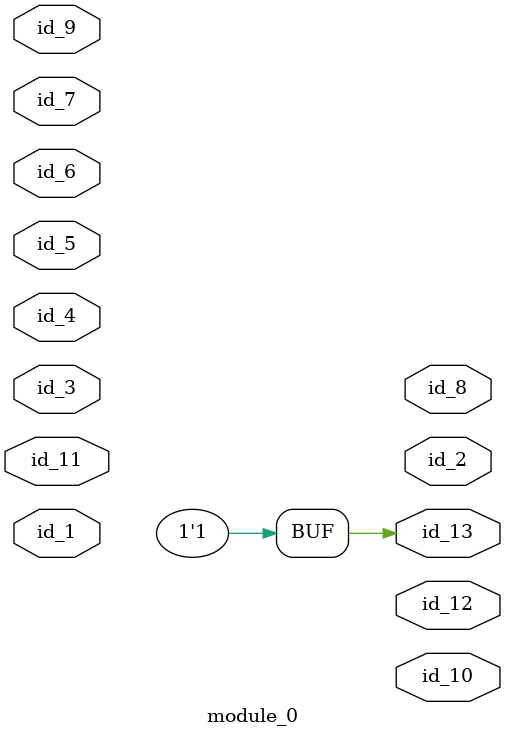
<source format=v>
module module_0 (
    id_1,
    id_2,
    id_3,
    id_4,
    id_5,
    id_6,
    id_7,
    id_8,
    id_9,
    id_10,
    id_11,
    id_12,
    id_13
);
  output wire id_13;
  output wire id_12;
  input wire id_11;
  output wire id_10;
  inout wire id_9;
  output wire id_8;
  inout wire id_7;
  input wire id_6;
  input wire id_5;
  inout wire id_4;
  inout wire id_3;
  output wire id_2;
  input wire id_1;
  assign id_13 = 1'b0 === 1'h0;
endmodule
module module_1;
  assign id_1 = id_1;
  module_0 modCall_1 (
      id_1,
      id_1,
      id_1,
      id_1,
      id_1,
      id_1,
      id_1,
      id_1,
      id_1,
      id_1,
      id_1,
      id_1,
      id_1
  );
endmodule

</source>
